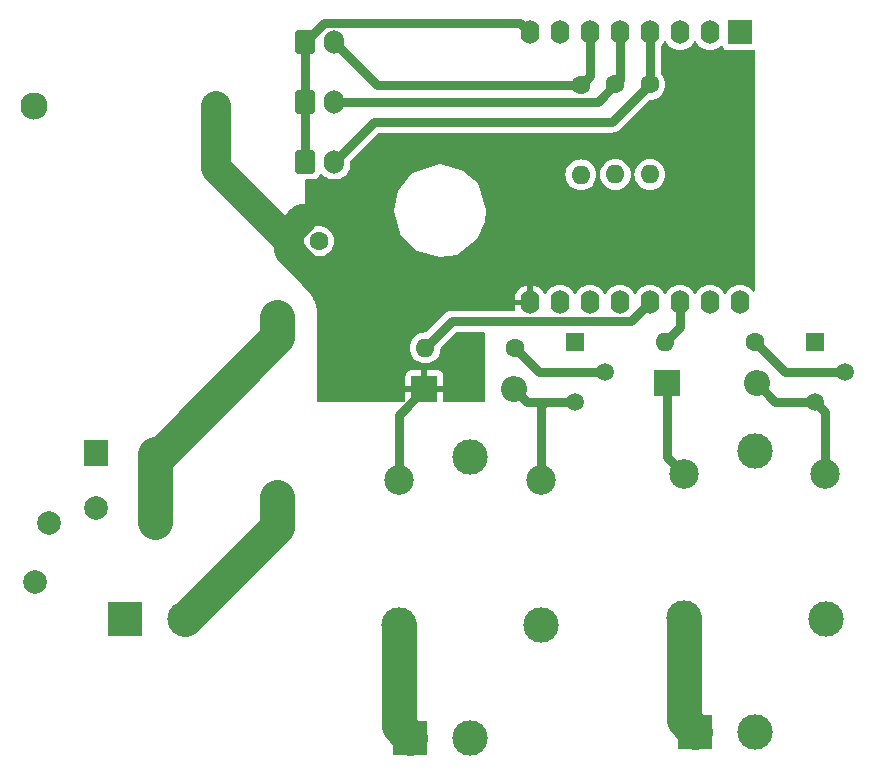
<source format=gtl>
G04 #@! TF.GenerationSoftware,KiCad,Pcbnew,7.0.10*
G04 #@! TF.CreationDate,2024-03-10T12:38:40+01:00*
G04 #@! TF.ProjectId,double_relay,646f7562-6c65-45f7-9265-6c61792e6b69,rev?*
G04 #@! TF.SameCoordinates,Original*
G04 #@! TF.FileFunction,Copper,L1,Top*
G04 #@! TF.FilePolarity,Positive*
%FSLAX46Y46*%
G04 Gerber Fmt 4.6, Leading zero omitted, Abs format (unit mm)*
G04 Created by KiCad (PCBNEW 7.0.10) date 2024-03-10 12:38:40*
%MOMM*%
%LPD*%
G01*
G04 APERTURE LIST*
G04 Aperture macros list*
%AMRoundRect*
0 Rectangle with rounded corners*
0 $1 Rounding radius*
0 $2 $3 $4 $5 $6 $7 $8 $9 X,Y pos of 4 corners*
0 Add a 4 corners polygon primitive as box body*
4,1,4,$2,$3,$4,$5,$6,$7,$8,$9,$2,$3,0*
0 Add four circle primitives for the rounded corners*
1,1,$1+$1,$2,$3*
1,1,$1+$1,$4,$5*
1,1,$1+$1,$6,$7*
1,1,$1+$1,$8,$9*
0 Add four rect primitives between the rounded corners*
20,1,$1+$1,$2,$3,$4,$5,0*
20,1,$1+$1,$4,$5,$6,$7,0*
20,1,$1+$1,$6,$7,$8,$9,0*
20,1,$1+$1,$8,$9,$2,$3,0*%
G04 Aperture macros list end*
G04 #@! TA.AperFunction,ComponentPad*
%ADD10R,3.000000X3.000000*%
G04 #@! TD*
G04 #@! TA.AperFunction,ComponentPad*
%ADD11C,3.000000*%
G04 #@! TD*
G04 #@! TA.AperFunction,ComponentPad*
%ADD12R,2.200000X2.200000*%
G04 #@! TD*
G04 #@! TA.AperFunction,ComponentPad*
%ADD13O,2.200000X2.200000*%
G04 #@! TD*
G04 #@! TA.AperFunction,ComponentPad*
%ADD14R,1.500000X1.500000*%
G04 #@! TD*
G04 #@! TA.AperFunction,ComponentPad*
%ADD15C,1.500000*%
G04 #@! TD*
G04 #@! TA.AperFunction,ComponentPad*
%ADD16R,1.600000X1.600000*%
G04 #@! TD*
G04 #@! TA.AperFunction,ComponentPad*
%ADD17C,1.600000*%
G04 #@! TD*
G04 #@! TA.AperFunction,ComponentPad*
%ADD18C,2.000000*%
G04 #@! TD*
G04 #@! TA.AperFunction,ComponentPad*
%ADD19RoundRect,0.250000X-0.600000X-0.750000X0.600000X-0.750000X0.600000X0.750000X-0.600000X0.750000X0*%
G04 #@! TD*
G04 #@! TA.AperFunction,ComponentPad*
%ADD20O,1.700000X2.000000*%
G04 #@! TD*
G04 #@! TA.AperFunction,ComponentPad*
%ADD21O,1.600000X1.600000*%
G04 #@! TD*
G04 #@! TA.AperFunction,ComponentPad*
%ADD22C,2.500000*%
G04 #@! TD*
G04 #@! TA.AperFunction,ComponentPad*
%ADD23C,2.400000*%
G04 #@! TD*
G04 #@! TA.AperFunction,ComponentPad*
%ADD24O,2.400000X2.400000*%
G04 #@! TD*
G04 #@! TA.AperFunction,ComponentPad*
%ADD25R,2.000000X2.300000*%
G04 #@! TD*
G04 #@! TA.AperFunction,ComponentPad*
%ADD26C,2.300000*%
G04 #@! TD*
G04 #@! TA.AperFunction,ComponentPad*
%ADD27R,2.000000X2.000000*%
G04 #@! TD*
G04 #@! TA.AperFunction,ComponentPad*
%ADD28O,1.600000X2.000000*%
G04 #@! TD*
G04 #@! TA.AperFunction,Conductor*
%ADD29C,2.540000*%
G04 #@! TD*
G04 #@! TA.AperFunction,Conductor*
%ADD30C,3.000000*%
G04 #@! TD*
G04 #@! TA.AperFunction,Conductor*
%ADD31C,0.800000*%
G04 #@! TD*
G04 #@! TA.AperFunction,Conductor*
%ADD32C,0.508000*%
G04 #@! TD*
G04 APERTURE END LIST*
D10*
X66046649Y-76808031D03*
D11*
X71126649Y-76808031D03*
D12*
X111891164Y-56836220D03*
D13*
X119511164Y-56836220D03*
D10*
X114300000Y-86360000D03*
D11*
X119380000Y-86360000D03*
D14*
X124460000Y-53340000D03*
D15*
X127000000Y-55880000D03*
X124460000Y-58420000D03*
D16*
X79930232Y-44820125D03*
D17*
X82430232Y-44820125D03*
D18*
X58420000Y-73660000D03*
X59620000Y-68660000D03*
D19*
X81280000Y-33020000D03*
D20*
X83780000Y-33020000D03*
D17*
X99085131Y-53855310D03*
D21*
X91465131Y-53855310D03*
D18*
X63580000Y-67380000D03*
X68580000Y-68580000D03*
D19*
X81280000Y-38100000D03*
D20*
X83780000Y-38100000D03*
D11*
X95275131Y-63135310D03*
D22*
X89225131Y-65085310D03*
D11*
X89225131Y-77285310D03*
X101275131Y-77335310D03*
D22*
X101225131Y-65085310D03*
D11*
X119380000Y-62620000D03*
D22*
X113330000Y-64570000D03*
D11*
X113330000Y-76770000D03*
X125380000Y-76820000D03*
D22*
X125330000Y-64570000D03*
D12*
X91391342Y-57351530D03*
D13*
X99011342Y-57351530D03*
D17*
X119380000Y-53340000D03*
D21*
X111760000Y-53340000D03*
D17*
X107558163Y-31552827D03*
D21*
X107558163Y-39172827D03*
D17*
X110483645Y-31552827D03*
D21*
X110483645Y-39172827D03*
D23*
X78951901Y-51255515D03*
D24*
X78951901Y-66495515D03*
D14*
X104140000Y-53340000D03*
D15*
X106680000Y-55880000D03*
X104140000Y-58420000D03*
D17*
X104632681Y-31577410D03*
D21*
X104632681Y-39197410D03*
D19*
X81280000Y-27940000D03*
D20*
X83780000Y-27940000D03*
D25*
X63572845Y-62797865D03*
D26*
X68572845Y-62797865D03*
X58372845Y-33397865D03*
X73772845Y-33397865D03*
D27*
X118110000Y-27155000D03*
D28*
X115570000Y-27155000D03*
X113030000Y-27155000D03*
X110490000Y-27155000D03*
X107950000Y-27155000D03*
X105410000Y-27155000D03*
X102870000Y-27155000D03*
X100330000Y-27155000D03*
X100330000Y-50015000D03*
X102870000Y-50015000D03*
X105410000Y-50015000D03*
X107950000Y-50015000D03*
X110490000Y-50015000D03*
X113030000Y-50015000D03*
X115570000Y-50015000D03*
X118110000Y-50015000D03*
D10*
X90195131Y-86875310D03*
D11*
X95275131Y-86875310D03*
D29*
X79930232Y-44109860D02*
X81070046Y-42970046D01*
X79930232Y-44820125D02*
X79930232Y-44109860D01*
D30*
X113330000Y-76770000D02*
X113330000Y-85390000D01*
X113330000Y-85390000D02*
X114300000Y-86360000D01*
X78951901Y-52952571D02*
X69081972Y-62822500D01*
D29*
X69081972Y-62822500D02*
X68569913Y-62822500D01*
D30*
X68580000Y-68580000D02*
X68580000Y-62832587D01*
X78951901Y-51255515D02*
X78951901Y-52952571D01*
D29*
X68580000Y-62832587D02*
X68569913Y-62822500D01*
D31*
X104602744Y-31547473D02*
X104632681Y-31577410D01*
D32*
X105006792Y-31547473D02*
X105173526Y-31380739D01*
D31*
X104632681Y-31577410D02*
X87417410Y-31577410D01*
X105410000Y-30800091D02*
X104632681Y-31577410D01*
X105410000Y-27155000D02*
X105410000Y-30800091D01*
X87417410Y-31577410D02*
X83780000Y-27940000D01*
X111891164Y-56836220D02*
X111891164Y-63131164D01*
X89225131Y-59517741D02*
X91391342Y-57351530D01*
D29*
X82579506Y-48260000D02*
X83820000Y-48260000D01*
X79930232Y-44820125D02*
X79930232Y-45610726D01*
D31*
X111891164Y-63131164D02*
X113330000Y-64570000D01*
X89225131Y-65085310D02*
X89225131Y-59517741D01*
D29*
X73772845Y-33397865D02*
X73772845Y-38662738D01*
X79930232Y-45610726D02*
X82579506Y-48260000D01*
X73772845Y-38662738D02*
X79930232Y-44820125D01*
D31*
X110490000Y-27155000D02*
X110490000Y-31546472D01*
X110490000Y-31546472D02*
X110483645Y-31552827D01*
X87156585Y-34723415D02*
X107313057Y-34723415D01*
X107313057Y-34723415D02*
X110483645Y-31552827D01*
X83780000Y-38100000D02*
X87156585Y-34723415D01*
X113030000Y-52070000D02*
X111760000Y-53340000D01*
X113030000Y-50015000D02*
X113030000Y-52070000D01*
X93705441Y-51615000D02*
X91465131Y-53855310D01*
X110490000Y-50015000D02*
X108890000Y-51615000D01*
X108890000Y-51615000D02*
X93705441Y-51615000D01*
X99515000Y-26340000D02*
X82880000Y-26340000D01*
X82880000Y-26340000D02*
X81280000Y-27940000D01*
X81280000Y-27940000D02*
X81280000Y-33020000D01*
X81280000Y-33020000D02*
X81280000Y-38100000D01*
X100330000Y-27155000D02*
X99515000Y-26340000D01*
X107950000Y-27155000D02*
X107950000Y-31160990D01*
X107558163Y-31552827D02*
X106090990Y-33020000D01*
X106090990Y-33020000D02*
X83780000Y-33020000D01*
X107950000Y-31160990D02*
X107558163Y-31552827D01*
X125330000Y-59290000D02*
X124460000Y-58420000D01*
X125330000Y-64570000D02*
X125330000Y-59290000D01*
X119511164Y-56836220D02*
X121094944Y-58420000D01*
X121094944Y-58420000D02*
X124460000Y-58420000D01*
X121920000Y-55880000D02*
X127000000Y-55880000D01*
X119380000Y-53340000D02*
X121920000Y-55880000D01*
X101225131Y-58794869D02*
X101600000Y-58420000D01*
X101225131Y-65085310D02*
X101225131Y-58794869D01*
X100079812Y-58420000D02*
X99011342Y-57351530D01*
X101600000Y-58420000D02*
X100079812Y-58420000D01*
X104140000Y-58420000D02*
X101600000Y-58420000D01*
X99085131Y-53855310D02*
X101109821Y-55880000D01*
X101109821Y-55880000D02*
X106680000Y-55880000D01*
D30*
X89225131Y-77285310D02*
X89225131Y-85905310D01*
X89225131Y-85905310D02*
X90195131Y-86875310D01*
X78951901Y-66495515D02*
X78951901Y-68982779D01*
X78951901Y-68982779D02*
X71126649Y-76808031D01*
G04 #@! TA.AperFunction,Conductor*
G36*
X114367865Y-27898348D02*
G01*
X114412382Y-27949725D01*
X114439429Y-28007728D01*
X114439432Y-28007734D01*
X114569954Y-28194141D01*
X114730858Y-28355045D01*
X114777693Y-28387839D01*
X114917266Y-28485568D01*
X115123504Y-28581739D01*
X115343308Y-28640635D01*
X115505230Y-28654801D01*
X115569998Y-28660468D01*
X115570000Y-28660468D01*
X115570002Y-28660468D01*
X115626807Y-28655498D01*
X115796692Y-28640635D01*
X116016496Y-28581739D01*
X116222734Y-28485568D01*
X116409139Y-28355047D01*
X116448448Y-28315738D01*
X116509770Y-28282252D01*
X116579462Y-28287236D01*
X116635396Y-28329106D01*
X116652312Y-28360086D01*
X116666201Y-28397326D01*
X116666206Y-28397335D01*
X116752452Y-28512544D01*
X116752455Y-28512547D01*
X116867664Y-28598793D01*
X116867671Y-28598797D01*
X117002517Y-28649091D01*
X117002516Y-28649091D01*
X117009444Y-28649835D01*
X117062127Y-28655500D01*
X119157872Y-28655499D01*
X119217483Y-28649091D01*
X119217485Y-28649090D01*
X119217487Y-28649090D01*
X119225031Y-28647308D01*
X119225658Y-28649961D01*
X119282339Y-28645899D01*
X119343667Y-28679374D01*
X119377162Y-28740691D01*
X119380000Y-28767069D01*
X119380000Y-48968116D01*
X119360315Y-49035155D01*
X119307511Y-49080910D01*
X119238353Y-49090854D01*
X119174797Y-49061829D01*
X119154425Y-49039239D01*
X119110046Y-48975859D01*
X118949141Y-48814954D01*
X118762734Y-48684432D01*
X118762732Y-48684431D01*
X118556497Y-48588261D01*
X118556488Y-48588258D01*
X118336697Y-48529366D01*
X118336693Y-48529365D01*
X118336692Y-48529365D01*
X118336691Y-48529364D01*
X118336686Y-48529364D01*
X118110002Y-48509532D01*
X118109998Y-48509532D01*
X117883313Y-48529364D01*
X117883302Y-48529366D01*
X117663511Y-48588258D01*
X117663502Y-48588261D01*
X117457267Y-48684431D01*
X117457265Y-48684432D01*
X117270858Y-48814954D01*
X117109954Y-48975858D01*
X116979432Y-49162265D01*
X116979431Y-49162267D01*
X116952382Y-49220275D01*
X116906209Y-49272714D01*
X116839016Y-49291866D01*
X116772135Y-49271650D01*
X116727618Y-49220275D01*
X116700686Y-49162520D01*
X116700568Y-49162266D01*
X116570047Y-48975861D01*
X116570045Y-48975858D01*
X116409141Y-48814954D01*
X116222734Y-48684432D01*
X116222732Y-48684431D01*
X116016497Y-48588261D01*
X116016488Y-48588258D01*
X115796697Y-48529366D01*
X115796693Y-48529365D01*
X115796692Y-48529365D01*
X115796691Y-48529364D01*
X115796686Y-48529364D01*
X115570002Y-48509532D01*
X115569998Y-48509532D01*
X115343313Y-48529364D01*
X115343302Y-48529366D01*
X115123511Y-48588258D01*
X115123502Y-48588261D01*
X114917267Y-48684431D01*
X114917265Y-48684432D01*
X114730858Y-48814954D01*
X114569954Y-48975858D01*
X114439432Y-49162265D01*
X114439431Y-49162267D01*
X114412382Y-49220275D01*
X114366209Y-49272714D01*
X114299016Y-49291866D01*
X114232135Y-49271650D01*
X114187618Y-49220275D01*
X114160686Y-49162520D01*
X114160568Y-49162266D01*
X114030047Y-48975861D01*
X114030045Y-48975858D01*
X113869141Y-48814954D01*
X113682734Y-48684432D01*
X113682732Y-48684431D01*
X113476497Y-48588261D01*
X113476488Y-48588258D01*
X113256697Y-48529366D01*
X113256693Y-48529365D01*
X113256692Y-48529365D01*
X113256691Y-48529364D01*
X113256686Y-48529364D01*
X113030002Y-48509532D01*
X113029998Y-48509532D01*
X112803313Y-48529364D01*
X112803302Y-48529366D01*
X112583511Y-48588258D01*
X112583502Y-48588261D01*
X112377267Y-48684431D01*
X112377265Y-48684432D01*
X112190858Y-48814954D01*
X112029954Y-48975858D01*
X111899432Y-49162265D01*
X111899431Y-49162267D01*
X111872382Y-49220275D01*
X111826209Y-49272714D01*
X111759016Y-49291866D01*
X111692135Y-49271650D01*
X111647618Y-49220275D01*
X111620686Y-49162520D01*
X111620568Y-49162266D01*
X111490047Y-48975861D01*
X111490045Y-48975858D01*
X111329141Y-48814954D01*
X111142734Y-48684432D01*
X111142732Y-48684431D01*
X110936497Y-48588261D01*
X110936488Y-48588258D01*
X110716697Y-48529366D01*
X110716693Y-48529365D01*
X110716692Y-48529365D01*
X110716691Y-48529364D01*
X110716686Y-48529364D01*
X110490002Y-48509532D01*
X110489998Y-48509532D01*
X110263313Y-48529364D01*
X110263302Y-48529366D01*
X110043511Y-48588258D01*
X110043502Y-48588261D01*
X109837267Y-48684431D01*
X109837265Y-48684432D01*
X109650858Y-48814954D01*
X109489954Y-48975858D01*
X109359432Y-49162265D01*
X109359431Y-49162267D01*
X109332382Y-49220275D01*
X109286209Y-49272714D01*
X109219016Y-49291866D01*
X109152135Y-49271650D01*
X109107618Y-49220275D01*
X109080686Y-49162520D01*
X109080568Y-49162266D01*
X108950047Y-48975861D01*
X108950045Y-48975858D01*
X108789141Y-48814954D01*
X108602734Y-48684432D01*
X108602732Y-48684431D01*
X108396497Y-48588261D01*
X108396488Y-48588258D01*
X108176697Y-48529366D01*
X108176693Y-48529365D01*
X108176692Y-48529365D01*
X108176691Y-48529364D01*
X108176686Y-48529364D01*
X107950002Y-48509532D01*
X107949998Y-48509532D01*
X107723313Y-48529364D01*
X107723302Y-48529366D01*
X107503511Y-48588258D01*
X107503502Y-48588261D01*
X107297267Y-48684431D01*
X107297265Y-48684432D01*
X107110858Y-48814954D01*
X106949954Y-48975858D01*
X106819432Y-49162265D01*
X106819431Y-49162267D01*
X106792382Y-49220275D01*
X106746209Y-49272714D01*
X106679016Y-49291866D01*
X106612135Y-49271650D01*
X106567618Y-49220275D01*
X106540686Y-49162520D01*
X106540568Y-49162266D01*
X106410047Y-48975861D01*
X106410045Y-48975858D01*
X106249141Y-48814954D01*
X106062734Y-48684432D01*
X106062732Y-48684431D01*
X105856497Y-48588261D01*
X105856488Y-48588258D01*
X105636697Y-48529366D01*
X105636693Y-48529365D01*
X105636692Y-48529365D01*
X105636691Y-48529364D01*
X105636686Y-48529364D01*
X105410002Y-48509532D01*
X105409998Y-48509532D01*
X105183313Y-48529364D01*
X105183302Y-48529366D01*
X104963511Y-48588258D01*
X104963502Y-48588261D01*
X104757267Y-48684431D01*
X104757265Y-48684432D01*
X104570858Y-48814954D01*
X104409954Y-48975858D01*
X104279432Y-49162265D01*
X104279431Y-49162267D01*
X104252382Y-49220275D01*
X104206209Y-49272714D01*
X104139016Y-49291866D01*
X104072135Y-49271650D01*
X104027618Y-49220275D01*
X104000686Y-49162520D01*
X104000568Y-49162266D01*
X103870047Y-48975861D01*
X103870045Y-48975858D01*
X103709141Y-48814954D01*
X103522734Y-48684432D01*
X103522732Y-48684431D01*
X103316497Y-48588261D01*
X103316488Y-48588258D01*
X103096697Y-48529366D01*
X103096693Y-48529365D01*
X103096692Y-48529365D01*
X103096691Y-48529364D01*
X103096686Y-48529364D01*
X102870002Y-48509532D01*
X102869998Y-48509532D01*
X102643313Y-48529364D01*
X102643302Y-48529366D01*
X102423511Y-48588258D01*
X102423502Y-48588261D01*
X102217267Y-48684431D01*
X102217265Y-48684432D01*
X102030858Y-48814954D01*
X101869954Y-48975858D01*
X101739433Y-49162264D01*
X101739432Y-49162266D01*
X101739315Y-49162518D01*
X101712106Y-49220867D01*
X101665933Y-49273306D01*
X101598739Y-49292457D01*
X101531858Y-49272241D01*
X101487342Y-49220865D01*
X101460135Y-49162520D01*
X101460134Y-49162518D01*
X101329657Y-48976179D01*
X101168820Y-48815342D01*
X100982482Y-48684865D01*
X100776328Y-48588734D01*
X100580000Y-48536127D01*
X100580000Y-49579498D01*
X100472315Y-49530320D01*
X100365763Y-49515000D01*
X100294237Y-49515000D01*
X100187685Y-49530320D01*
X100080000Y-49579498D01*
X100080000Y-48536127D01*
X99883671Y-48588734D01*
X99677517Y-48684865D01*
X99491179Y-48815342D01*
X99330342Y-48976179D01*
X99199865Y-49162517D01*
X99103734Y-49368673D01*
X99103730Y-49368682D01*
X99044860Y-49588389D01*
X99044858Y-49588400D01*
X99030000Y-49758233D01*
X99030000Y-49765000D01*
X99896314Y-49765000D01*
X99870507Y-49805156D01*
X99830000Y-49943111D01*
X99830000Y-50086889D01*
X99870507Y-50224844D01*
X99896314Y-50265000D01*
X99030000Y-50265000D01*
X99030000Y-50271766D01*
X99044858Y-50441599D01*
X99044860Y-50441609D01*
X99076156Y-50558407D01*
X99074493Y-50628256D01*
X99035331Y-50686119D01*
X98971102Y-50713623D01*
X98956381Y-50714500D01*
X93786068Y-50714500D01*
X93766669Y-50712973D01*
X93752829Y-50710781D01*
X93685105Y-50714330D01*
X93678616Y-50714500D01*
X93658249Y-50714500D01*
X93647156Y-50715665D01*
X93637993Y-50716628D01*
X93631532Y-50717136D01*
X93563799Y-50720686D01*
X93563794Y-50720687D01*
X93550244Y-50724317D01*
X93531132Y-50727859D01*
X93517190Y-50729325D01*
X93517177Y-50729327D01*
X93452683Y-50750283D01*
X93446474Y-50752122D01*
X93402417Y-50763928D01*
X93380956Y-50769679D01*
X93380955Y-50769679D01*
X93380953Y-50769680D01*
X93368461Y-50776045D01*
X93350494Y-50783487D01*
X93337155Y-50787821D01*
X93278437Y-50821722D01*
X93272736Y-50824817D01*
X93212291Y-50855617D01*
X93201392Y-50864442D01*
X93185372Y-50875452D01*
X93173228Y-50882464D01*
X93173224Y-50882467D01*
X93122836Y-50927836D01*
X93117907Y-50932046D01*
X93102062Y-50944878D01*
X93087644Y-50959296D01*
X93082938Y-50963761D01*
X93032554Y-51009127D01*
X93032546Y-51009136D01*
X93024313Y-51020468D01*
X93011679Y-51035260D01*
X91532076Y-52514863D01*
X91470753Y-52548348D01*
X91455203Y-52550710D01*
X91238443Y-52569674D01*
X91238433Y-52569676D01*
X91018642Y-52628568D01*
X91018633Y-52628571D01*
X90812398Y-52724741D01*
X90812396Y-52724742D01*
X90625989Y-52855264D01*
X90465085Y-53016168D01*
X90334563Y-53202575D01*
X90334562Y-53202577D01*
X90238392Y-53408812D01*
X90238389Y-53408821D01*
X90179497Y-53628612D01*
X90179495Y-53628623D01*
X90159663Y-53855308D01*
X90159663Y-53855311D01*
X90179495Y-54081996D01*
X90179497Y-54082007D01*
X90238389Y-54301798D01*
X90238392Y-54301807D01*
X90334562Y-54508042D01*
X90334563Y-54508044D01*
X90465085Y-54694451D01*
X90625989Y-54855355D01*
X90625992Y-54855357D01*
X90812397Y-54985878D01*
X91018635Y-55082049D01*
X91238439Y-55140945D01*
X91400361Y-55155111D01*
X91465129Y-55160778D01*
X91465131Y-55160778D01*
X91465133Y-55160778D01*
X91521804Y-55155819D01*
X91691823Y-55140945D01*
X91911627Y-55082049D01*
X92117865Y-54985878D01*
X92304270Y-54855357D01*
X92465178Y-54694449D01*
X92595699Y-54508044D01*
X92691870Y-54301806D01*
X92750766Y-54082002D01*
X92769730Y-53865234D01*
X92795182Y-53800167D01*
X92805569Y-53788370D01*
X94042122Y-52551819D01*
X94103445Y-52518334D01*
X94129803Y-52515500D01*
X96396000Y-52515500D01*
X96463039Y-52535185D01*
X96508794Y-52587989D01*
X96520000Y-52639500D01*
X96520000Y-58296000D01*
X96500315Y-58363039D01*
X96447511Y-58408794D01*
X96396000Y-58420000D01*
X93115342Y-58420000D01*
X93048303Y-58400315D01*
X93002548Y-58347511D01*
X92991342Y-58296000D01*
X92991342Y-57601530D01*
X91886194Y-57601530D01*
X91934901Y-57464483D01*
X91945219Y-57313644D01*
X91914458Y-57165615D01*
X91881252Y-57101530D01*
X92991342Y-57101530D01*
X92991342Y-56203702D01*
X92991341Y-56203685D01*
X92984940Y-56144157D01*
X92984938Y-56144150D01*
X92934696Y-56009443D01*
X92934692Y-56009436D01*
X92848532Y-55894342D01*
X92848529Y-55894339D01*
X92733435Y-55808179D01*
X92733428Y-55808175D01*
X92598721Y-55757933D01*
X92598714Y-55757931D01*
X92539186Y-55751530D01*
X91641342Y-55751530D01*
X91641342Y-56859846D01*
X91612523Y-56842321D01*
X91466938Y-56801530D01*
X91353720Y-56801530D01*
X91241559Y-56816946D01*
X91141342Y-56860476D01*
X91141342Y-55751530D01*
X90243497Y-55751530D01*
X90183969Y-55757931D01*
X90183962Y-55757933D01*
X90049255Y-55808175D01*
X90049248Y-55808179D01*
X89934154Y-55894339D01*
X89934151Y-55894342D01*
X89847991Y-56009436D01*
X89847987Y-56009443D01*
X89797745Y-56144150D01*
X89797743Y-56144157D01*
X89791342Y-56203685D01*
X89791342Y-57101530D01*
X90896490Y-57101530D01*
X90847783Y-57238577D01*
X90837465Y-57389416D01*
X90868226Y-57537445D01*
X90901432Y-57601530D01*
X89791342Y-57601530D01*
X89791342Y-58296000D01*
X89771657Y-58363039D01*
X89718853Y-58408794D01*
X89667342Y-58420000D01*
X82447645Y-58420000D01*
X82380606Y-58400315D01*
X82334851Y-58347511D01*
X82323645Y-58296000D01*
X82323645Y-51175685D01*
X82323601Y-51175253D01*
X82323543Y-51153686D01*
X82323165Y-51012418D01*
X82285611Y-50663900D01*
X82211876Y-50321207D01*
X82102765Y-49988086D01*
X81966650Y-49684202D01*
X81959477Y-49668187D01*
X81959476Y-49668184D01*
X81959472Y-49668177D01*
X81783563Y-49364975D01*
X81576960Y-49081797D01*
X81576158Y-49080910D01*
X81341930Y-48821746D01*
X81341921Y-48821736D01*
X81334795Y-48815342D01*
X81321186Y-48803130D01*
X81284435Y-48743706D01*
X81280000Y-48710838D01*
X81280000Y-45808442D01*
X81299685Y-45741403D01*
X81352489Y-45695648D01*
X81421647Y-45685704D01*
X81485203Y-45714729D01*
X81491681Y-45720761D01*
X81591090Y-45820170D01*
X81591093Y-45820172D01*
X81777498Y-45950693D01*
X81983736Y-46046864D01*
X82203540Y-46105760D01*
X82365462Y-46119926D01*
X82430230Y-46125593D01*
X82430232Y-46125593D01*
X82430234Y-46125593D01*
X82486905Y-46120634D01*
X82656924Y-46105760D01*
X82876728Y-46046864D01*
X83082966Y-45950693D01*
X83269371Y-45820172D01*
X83430279Y-45659264D01*
X83560800Y-45472859D01*
X83656971Y-45266621D01*
X83715867Y-45046817D01*
X83735700Y-44820125D01*
X83715867Y-44593433D01*
X83656971Y-44373629D01*
X83560800Y-44167391D01*
X83430279Y-43980986D01*
X83430277Y-43980983D01*
X83269373Y-43820079D01*
X83082966Y-43689557D01*
X83082964Y-43689556D01*
X82876729Y-43593386D01*
X82876720Y-43593383D01*
X82656929Y-43534491D01*
X82656925Y-43534490D01*
X82656924Y-43534490D01*
X82656923Y-43534489D01*
X82656918Y-43534489D01*
X82430234Y-43514657D01*
X82430230Y-43514657D01*
X82203545Y-43534489D01*
X82203534Y-43534491D01*
X81983743Y-43593383D01*
X81983734Y-43593386D01*
X81777499Y-43689556D01*
X81777497Y-43689557D01*
X81591090Y-43820079D01*
X81491681Y-43919489D01*
X81430358Y-43952974D01*
X81360666Y-43947990D01*
X81304733Y-43906118D01*
X81280316Y-43840654D01*
X81280000Y-43831808D01*
X81280000Y-42229997D01*
X88783346Y-42229997D01*
X88783347Y-42229998D01*
X88783347Y-42230000D01*
X89041533Y-43180000D01*
X89309879Y-44167390D01*
X89327800Y-44233328D01*
X90761497Y-45667024D01*
X92710000Y-46156653D01*
X94126295Y-45959615D01*
X95823324Y-44672214D01*
X96520000Y-43180000D01*
X96642608Y-42168967D01*
X96642607Y-42168966D01*
X96642608Y-42168965D01*
X95917056Y-39929722D01*
X95201315Y-39288494D01*
X95099648Y-39197411D01*
X103327213Y-39197411D01*
X103347045Y-39424096D01*
X103347047Y-39424107D01*
X103405939Y-39643898D01*
X103405942Y-39643907D01*
X103502112Y-39850142D01*
X103502113Y-39850144D01*
X103632635Y-40036551D01*
X103793539Y-40197455D01*
X103793542Y-40197457D01*
X103979947Y-40327978D01*
X104186185Y-40424149D01*
X104405989Y-40483045D01*
X104567911Y-40497211D01*
X104632679Y-40502878D01*
X104632681Y-40502878D01*
X104632683Y-40502878D01*
X104689354Y-40497919D01*
X104859373Y-40483045D01*
X105079177Y-40424149D01*
X105285415Y-40327978D01*
X105471820Y-40197457D01*
X105632728Y-40036549D01*
X105763249Y-39850144D01*
X105859420Y-39643906D01*
X105918316Y-39424102D01*
X105938149Y-39197410D01*
X105935998Y-39172828D01*
X106252695Y-39172828D01*
X106272527Y-39399513D01*
X106272529Y-39399524D01*
X106331421Y-39619315D01*
X106331424Y-39619324D01*
X106427594Y-39825559D01*
X106427595Y-39825561D01*
X106558117Y-40011968D01*
X106719021Y-40172872D01*
X106719024Y-40172874D01*
X106905429Y-40303395D01*
X107111667Y-40399566D01*
X107331471Y-40458462D01*
X107493393Y-40472628D01*
X107558161Y-40478295D01*
X107558163Y-40478295D01*
X107558165Y-40478295D01*
X107614836Y-40473336D01*
X107784855Y-40458462D01*
X108004659Y-40399566D01*
X108210897Y-40303395D01*
X108397302Y-40172874D01*
X108558210Y-40011966D01*
X108688731Y-39825561D01*
X108784902Y-39619323D01*
X108843798Y-39399519D01*
X108863631Y-39172828D01*
X109178177Y-39172828D01*
X109198009Y-39399513D01*
X109198011Y-39399524D01*
X109256903Y-39619315D01*
X109256906Y-39619324D01*
X109353076Y-39825559D01*
X109353077Y-39825561D01*
X109483599Y-40011968D01*
X109644503Y-40172872D01*
X109644506Y-40172874D01*
X109830911Y-40303395D01*
X110037149Y-40399566D01*
X110256953Y-40458462D01*
X110418875Y-40472628D01*
X110483643Y-40478295D01*
X110483645Y-40478295D01*
X110483647Y-40478295D01*
X110540318Y-40473336D01*
X110710337Y-40458462D01*
X110930141Y-40399566D01*
X111136379Y-40303395D01*
X111322784Y-40172874D01*
X111483692Y-40011966D01*
X111614213Y-39825561D01*
X111710384Y-39619323D01*
X111769280Y-39399519D01*
X111789113Y-39172827D01*
X111788807Y-39169334D01*
X111771431Y-38970723D01*
X111769280Y-38946135D01*
X111710384Y-38726331D01*
X111614213Y-38520093D01*
X111483692Y-38333688D01*
X111483690Y-38333685D01*
X111322786Y-38172781D01*
X111136379Y-38042259D01*
X111136377Y-38042258D01*
X110930142Y-37946088D01*
X110930133Y-37946085D01*
X110710342Y-37887193D01*
X110710338Y-37887192D01*
X110710337Y-37887192D01*
X110710336Y-37887191D01*
X110710331Y-37887191D01*
X110483647Y-37867359D01*
X110483643Y-37867359D01*
X110256958Y-37887191D01*
X110256947Y-37887193D01*
X110037156Y-37946085D01*
X110037147Y-37946088D01*
X109830912Y-38042258D01*
X109830910Y-38042259D01*
X109644503Y-38172781D01*
X109483599Y-38333685D01*
X109353077Y-38520092D01*
X109353076Y-38520094D01*
X109256906Y-38726329D01*
X109256903Y-38726338D01*
X109198011Y-38946129D01*
X109198009Y-38946140D01*
X109178177Y-39172825D01*
X109178177Y-39172828D01*
X108863631Y-39172828D01*
X108863631Y-39172827D01*
X108863325Y-39169334D01*
X108845949Y-38970723D01*
X108843798Y-38946135D01*
X108784902Y-38726331D01*
X108688731Y-38520093D01*
X108558210Y-38333688D01*
X108558208Y-38333685D01*
X108397304Y-38172781D01*
X108210897Y-38042259D01*
X108210895Y-38042258D01*
X108004660Y-37946088D01*
X108004651Y-37946085D01*
X107784860Y-37887193D01*
X107784856Y-37887192D01*
X107784855Y-37887192D01*
X107784854Y-37887191D01*
X107784849Y-37887191D01*
X107558165Y-37867359D01*
X107558161Y-37867359D01*
X107331476Y-37887191D01*
X107331465Y-37887193D01*
X107111674Y-37946085D01*
X107111665Y-37946088D01*
X106905430Y-38042258D01*
X106905428Y-38042259D01*
X106719021Y-38172781D01*
X106558117Y-38333685D01*
X106427595Y-38520092D01*
X106427594Y-38520094D01*
X106331424Y-38726329D01*
X106331421Y-38726338D01*
X106272529Y-38946129D01*
X106272527Y-38946140D01*
X106252695Y-39172825D01*
X106252695Y-39172828D01*
X105935998Y-39172828D01*
X105933239Y-39141294D01*
X105931499Y-39121401D01*
X105918316Y-38970718D01*
X105859420Y-38750914D01*
X105763249Y-38544676D01*
X105632728Y-38358271D01*
X105632726Y-38358268D01*
X105471822Y-38197364D01*
X105285415Y-38066842D01*
X105285413Y-38066841D01*
X105079178Y-37970671D01*
X105079169Y-37970668D01*
X104859378Y-37911776D01*
X104859374Y-37911775D01*
X104859373Y-37911775D01*
X104859372Y-37911774D01*
X104859367Y-37911774D01*
X104632683Y-37891942D01*
X104632679Y-37891942D01*
X104405994Y-37911774D01*
X104405983Y-37911776D01*
X104186192Y-37970668D01*
X104186183Y-37970671D01*
X103979948Y-38066841D01*
X103979946Y-38066842D01*
X103793539Y-38197364D01*
X103632635Y-38358268D01*
X103502113Y-38544675D01*
X103502112Y-38544677D01*
X103405942Y-38750912D01*
X103405939Y-38750921D01*
X103347047Y-38970712D01*
X103347045Y-38970723D01*
X103327213Y-39197408D01*
X103327213Y-39197411D01*
X95099648Y-39197411D01*
X94711477Y-38849651D01*
X94711475Y-38849650D01*
X92710000Y-38303347D01*
X92709999Y-38303347D01*
X90322611Y-39083723D01*
X90322608Y-39083725D01*
X89152245Y-40546679D01*
X88783346Y-42229997D01*
X81280000Y-42229997D01*
X81280000Y-39724499D01*
X81299685Y-39657460D01*
X81352489Y-39611705D01*
X81403998Y-39600499D01*
X81930008Y-39600499D01*
X82032797Y-39589999D01*
X82199334Y-39534814D01*
X82348656Y-39442712D01*
X82472712Y-39318656D01*
X82564814Y-39169334D01*
X82564814Y-39169331D01*
X82568178Y-39163879D01*
X82620126Y-39117154D01*
X82689088Y-39105931D01*
X82753170Y-39133774D01*
X82761398Y-39141294D01*
X82908599Y-39288495D01*
X83005384Y-39356265D01*
X83102165Y-39424032D01*
X83102167Y-39424033D01*
X83102170Y-39424035D01*
X83316337Y-39523903D01*
X83544592Y-39585063D01*
X83721034Y-39600500D01*
X83779999Y-39605659D01*
X83780000Y-39605659D01*
X83780001Y-39605659D01*
X83838966Y-39600500D01*
X84015408Y-39585063D01*
X84243663Y-39523903D01*
X84457829Y-39424035D01*
X84651401Y-39288495D01*
X84818495Y-39121401D01*
X84954035Y-38927829D01*
X85053903Y-38713663D01*
X85115063Y-38485408D01*
X85130500Y-38308966D01*
X85130500Y-38074361D01*
X85150185Y-38007322D01*
X85166819Y-37986680D01*
X87493265Y-35660234D01*
X87554588Y-35626749D01*
X87580946Y-35623915D01*
X107232430Y-35623915D01*
X107251829Y-35625442D01*
X107265669Y-35627634D01*
X107333394Y-35624085D01*
X107339883Y-35623915D01*
X107360248Y-35623915D01*
X107360249Y-35623915D01*
X107371450Y-35622737D01*
X107380505Y-35621786D01*
X107386963Y-35621277D01*
X107454703Y-35617728D01*
X107468244Y-35614098D01*
X107487370Y-35610553D01*
X107501313Y-35609089D01*
X107565843Y-35588121D01*
X107572008Y-35586295D01*
X107637545Y-35568735D01*
X107650033Y-35562371D01*
X107668007Y-35554925D01*
X107681341Y-35550594D01*
X107740108Y-35516663D01*
X107745750Y-35513600D01*
X107806206Y-35482798D01*
X107817088Y-35473984D01*
X107833140Y-35462952D01*
X107845273Y-35455948D01*
X107895711Y-35410532D01*
X107900597Y-35406360D01*
X107916437Y-35393534D01*
X107930858Y-35379111D01*
X107935529Y-35374679D01*
X107985945Y-35329286D01*
X107994187Y-35317940D01*
X108006817Y-35303152D01*
X110416699Y-32893271D01*
X110478020Y-32859788D01*
X110493561Y-32857427D01*
X110710337Y-32838462D01*
X110930141Y-32779566D01*
X111136379Y-32683395D01*
X111322784Y-32552874D01*
X111483692Y-32391966D01*
X111614213Y-32205561D01*
X111710384Y-31999323D01*
X111769280Y-31779519D01*
X111789113Y-31552827D01*
X111788244Y-31542899D01*
X111769820Y-31332307D01*
X111769280Y-31326135D01*
X111710384Y-31106331D01*
X111614213Y-30900093D01*
X111483692Y-30713688D01*
X111483690Y-30713685D01*
X111426819Y-30656814D01*
X111393334Y-30595491D01*
X111390500Y-30569133D01*
X111390500Y-28345048D01*
X111410185Y-28278009D01*
X111426814Y-28257371D01*
X111490047Y-28194139D01*
X111620568Y-28007734D01*
X111647618Y-27949724D01*
X111693790Y-27897285D01*
X111760983Y-27878133D01*
X111827865Y-27898348D01*
X111872382Y-27949725D01*
X111899429Y-28007728D01*
X111899432Y-28007734D01*
X112029954Y-28194141D01*
X112190858Y-28355045D01*
X112237693Y-28387839D01*
X112377266Y-28485568D01*
X112583504Y-28581739D01*
X112803308Y-28640635D01*
X112965230Y-28654801D01*
X113029998Y-28660468D01*
X113030000Y-28660468D01*
X113030002Y-28660468D01*
X113086807Y-28655498D01*
X113256692Y-28640635D01*
X113476496Y-28581739D01*
X113682734Y-28485568D01*
X113869139Y-28355047D01*
X114030047Y-28194139D01*
X114160568Y-28007734D01*
X114187618Y-27949724D01*
X114233790Y-27897285D01*
X114300983Y-27878133D01*
X114367865Y-27898348D01*
G37*
G04 #@! TD.AperFunction*
M02*

</source>
